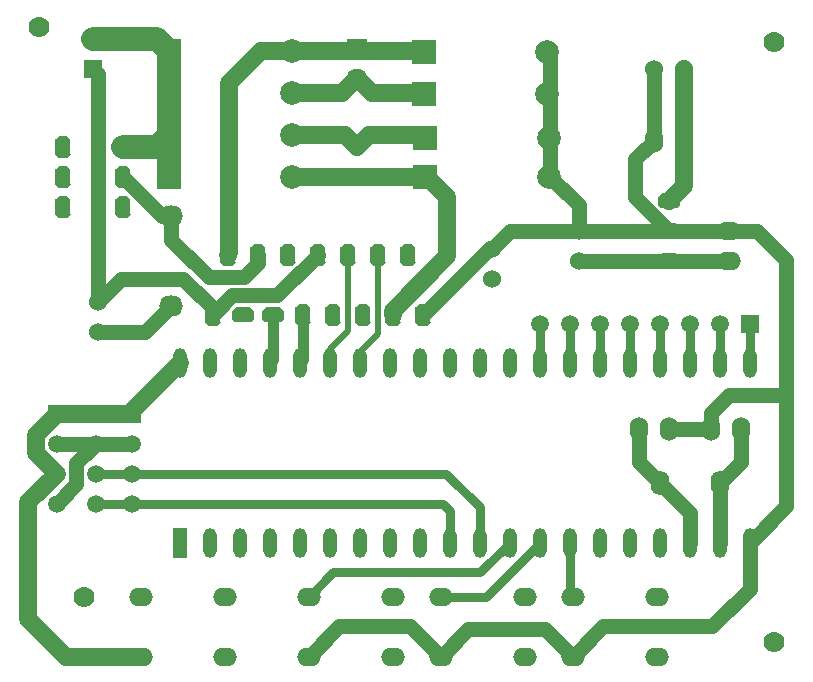
<source format=gbl>
%FSTAX23Y23*%
%MOIN*%
%SFA1B1*%

%IPPOS*%
%AMD17*
4,1,8,0.012500,0.037500,-0.012500,0.037500,-0.025000,0.025000,-0.025000,-0.025000,-0.012500,-0.037500,0.012500,-0.037500,0.025000,-0.025000,0.025000,0.025000,0.012500,0.037500,0.0*
%
%AMD18*
4,1,8,0.025000,0.025000,-0.025000,0.025000,-0.037500,0.012500,-0.037500,-0.012500,-0.025000,-0.025000,0.025000,-0.025000,0.037500,-0.012500,0.037500,0.012500,0.025000,0.025000,0.0*
%
%AMD20*
4,1,8,-0.037500,0.012500,-0.037500,-0.012500,-0.025000,-0.025000,0.025000,-0.025000,0.037500,-0.012500,0.037500,0.012500,0.025000,0.025000,-0.025000,0.025000,-0.037500,0.012500,0.0*
%
%ADD12C,0.030000*%
%ADD13C,0.050000*%
%ADD14C,0.060000*%
G04~CAMADD=17~4~0.0~0.0~500.0~750.0~0.0~125.0~0~0.0~0.0~0.0~0.0~0~0.0~0.0~0.0~0.0~0~0.0~0.0~0.0~0.0~500.0~750.0*
%ADD17D17*%
G04~CAMADD=18~4~0.0~0.0~750.0~500.0~0.0~125.0~0~0.0~0.0~0.0~0.0~0~0.0~0.0~0.0~0.0~0~0.0~0.0~0.0~0.0~750.0~500.0*
%ADD18D18*%
%ADD19O,0.080000X0.070000*%
G04~CAMADD=20~4~0.0~0.0~500.0~750.0~0.0~125.0~0~0.0~0.0~0.0~0.0~0~0.0~0.0~0.0~0.0~0~0.0~0.0~0.0~90.0~750.0~500.0*
%ADD20D20*%
%ADD21O,0.060000X0.080000*%
%ADD22O,0.080000X0.060000*%
%ADD23O,0.080000X0.060000*%
%ADD24C,0.060000*%
%ADD25R,0.059000X0.059000*%
%ADD26C,0.059000*%
%ADD27C,0.079000*%
%ADD28R,0.079000X0.079000*%
%ADD29O,0.045000X0.100000*%
%ADD30R,0.045000X0.100000*%
%ADD31O,0.062000X0.082000*%
%ADD32O,0.070000X0.060000*%
%ADD33R,0.070000X0.060000*%
%ADD34R,0.059000X0.059000*%
%ADD35C,0.070000*%
%ADD36C,0.035000*%
%ADD37C,0.020000*%
%ADD38C,0.080000*%
%LNxiaochequdongban-1*%
%LPD*%
G54D12*
X0307Y0368D02*
X0308Y0369D01*
X0317Y0368D02*
X0318Y0369D01*
X04665Y0368D02*
X0467Y03685D01*
Y0381*
X04565Y0368D02*
X0457Y03685D01*
Y0381*
X04465Y0368D02*
X0447Y03685D01*
Y0381*
X04365Y0368D02*
X0437Y03685D01*
Y0381*
X04265Y0368D02*
X0427Y03685D01*
Y0381*
X04165Y0368D02*
X0417Y03685D01*
Y0381*
X04065Y0368D02*
X0407Y03685D01*
Y0381*
X03965Y0368D02*
X0397Y03685D01*
Y0381*
X0367Y0308D02*
Y03187D01*
X03647Y0321D02*
X0367Y03187D01*
X0261Y0321D02*
X03647D01*
X0249D02*
X0261D01*
X0377Y0308D02*
Y03199D01*
X03659Y0331D02*
X0377Y03199D01*
X0261Y0331D02*
X03659D01*
X0249D02*
X0261D01*
X03772Y02982D02*
X0387Y0308D01*
X03282Y02982D02*
X03772D01*
X032Y029D02*
X03282Y02982D01*
X0379Y029D02*
X0397Y0308D01*
X0364Y029D02*
X0379D01*
X0407Y0291D02*
X0408Y029D01*
X0407Y0291D02*
Y0308D01*
G54D13*
X04792Y03574D02*
Y04022D01*
Y03202D02*
Y03574D01*
X046D02*
X04792D01*
X0454Y03514D02*
X046Y03574D01*
X0454Y0346D02*
Y03514D01*
X0457Y0328D02*
X0464Y0335D01*
Y0346*
X044D02*
X0454D01*
X043Y0335D02*
Y0346D01*
Y0335D02*
X0437Y0328D01*
X0288Y0384D02*
Y03862D01*
X04694Y0412D02*
X04792Y04022D01*
X046Y0412D02*
X04694D01*
X0467Y02927D02*
Y0308D01*
X04545Y02802D02*
X0467Y02927D01*
X04182Y02802D02*
X04545D01*
X0387Y0412D02*
X041D01*
X0381Y0406D02*
X0387Y0412D01*
X0408Y027D02*
X04182Y02802D01*
X03988Y02792D02*
X0408Y027D01*
X03732Y02792D02*
X03988D01*
X0364Y027D02*
X03732Y02792D01*
X03538Y02802D02*
X0364Y027D01*
X03302Y02802D02*
X03538D01*
X032Y027D02*
X03302Y02802D01*
X038Y0406D02*
X0381D01*
X0358Y0384D02*
X038Y0406D01*
X02711Y04169D02*
X02743D01*
X0258Y043D02*
X02711Y04169D01*
X0248Y0466D02*
X02497Y04643D01*
Y03882D02*
Y04643D01*
Y03782D02*
X02656D01*
X02743Y03869*
X0236Y0321D02*
X02425Y03275D01*
Y03345*
X0249Y0341*
X04006Y0458D02*
Y0472D01*
Y0444D02*
Y0458D01*
Y043D02*
Y0444D01*
Y043D02*
X041Y04206D01*
Y0412D02*
Y04206D01*
Y0412D02*
X044D01*
X04288Y04232D02*
X044Y0412D01*
X04288Y04232D02*
Y04358D01*
X0435Y0442*
Y0466*
X0467Y0308D02*
X04792Y03202D01*
X044Y0412D02*
X046D01*
X044Y0402D02*
X046D01*
X041D02*
X044D01*
X0457Y0308D02*
Y0328D01*
X0447Y0308D02*
Y0318D01*
X0437Y0328D02*
X0447Y0318D01*
X0249Y0341D02*
X0261D01*
X0236D02*
X0249D01*
X02743Y0409D02*
Y04169D01*
Y0409D02*
X02867Y03966D01*
X0303Y04011D02*
Y0404D01*
X02497Y03882D02*
X02575Y0396D01*
X02782*
X0288Y03862*
X02867Y03966D02*
X02985D01*
X0303Y04011*
X0288Y0384D02*
X02945Y03905D01*
X03095*
X0323Y0404*
G54D14*
X03594Y043D02*
X03662Y04232D01*
X0229Y0344D02*
X0236Y0351D01*
X0229Y0338D02*
Y0344D01*
Y0338D02*
X0236Y0331D01*
X0293Y0404D02*
X02935Y04045D01*
Y04612*
X0261Y0352D02*
X0277Y0368D01*
X0261Y0351D02*
Y0352D01*
X02392Y027D02*
X0264D01*
X02266Y02826D02*
X02392Y027D01*
X02266Y02826D02*
Y03216D01*
X0236Y0331*
X0249Y0351D02*
X0261D01*
X0236D02*
X0249D01*
X0336Y043D02*
X03594D01*
X03146D02*
X0336D01*
X034Y0444D02*
X03594D01*
X0336Y044D02*
X034Y0444D01*
X0332D02*
X0336Y044D01*
X03146Y0444D02*
X0332D01*
X0341Y0458D02*
X03594D01*
X0336Y0463D02*
X0341Y0458D01*
X0331D02*
X0336Y0463D01*
X03146Y0458D02*
X0331D01*
X03146Y0472D02*
X03594D01*
X03043D02*
X03146D01*
X02935Y04612D02*
X03043Y0472D01*
X044Y0422D02*
X0445Y0427D01*
Y0442*
Y0466*
X0348Y0384D02*
Y03853D01*
X03662Y04035*
Y04232*
G54D17*
X0288Y0384D03*
X0293Y0404D03*
X0303D03*
X0313D03*
X0318Y0384D03*
X0323Y0404D03*
X0328Y0384D03*
X0333Y0404D03*
X0338Y0384D03*
X0343Y0404D03*
X0348Y0384D03*
X0353Y0404D03*
X0358Y0384D03*
X0238Y044D03*
Y043D03*
Y042D03*
X0258D03*
Y043D03*
Y044D03*
G54D18*
X0298Y0384D03*
X0308D03*
G54D19*
X02743Y04169D03*
Y03869D03*
G54D20*
X044Y0422D03*
Y0412D03*
Y0402D03*
G54D21*
X0445Y0442D03*
X0435D03*
X0454Y0346D03*
X0464D03*
X044D03*
X043D03*
G54D22*
X0364Y029D03*
X0292D03*
X0264D03*
X0292Y027D03*
X0264D03*
X032D03*
X0348D03*
X032Y029D03*
X0348D03*
X0364Y027D03*
X0392D03*
Y029D03*
X0408Y027D03*
X0436D03*
X0408Y029D03*
X0436D03*
G54D23*
X046Y0402D03*
Y0412D03*
G54D24*
X041Y0402D03*
Y0412D03*
X02497Y03782D03*
Y03882D03*
X0381Y0396D03*
Y0406D03*
X0445Y0466D03*
X0435D03*
G54D25*
X0248Y0466D03*
X0236Y0351D03*
X0249D03*
X0261D03*
X0336Y043D03*
G54D26*
X0248Y0476D03*
X0236Y0321D03*
Y0331D03*
Y0341D03*
X0249Y0321D03*
Y0331D03*
Y0341D03*
X0261Y0321D03*
Y0331D03*
Y0341D03*
X0457Y0381D03*
X0447D03*
X0437D03*
X0427D03*
X0417D03*
X0407D03*
X0397D03*
X0336Y044D03*
G54D27*
X03146Y0444D03*
Y043D03*
Y0458D03*
Y0472D03*
X03996Y04715D03*
Y04575D03*
X04001Y043D03*
Y0443D03*
G54D28*
X02734Y0444D03*
Y043D03*
Y0458D03*
Y0472D03*
X03584Y04715D03*
Y04575D03*
X03589Y043D03*
Y0443D03*
G54D29*
X0467Y0368D03*
X0457D03*
X0447D03*
X0437D03*
X0427D03*
X0417D03*
X0407D03*
X0397D03*
X0387D03*
X0377D03*
X0367D03*
X0357D03*
X0347D03*
X0337D03*
X0327D03*
X0317D03*
X0307D03*
X0297D03*
X0287D03*
X0277D03*
X0467Y0308D03*
X0457D03*
X0447D03*
X0437D03*
X0427D03*
X0417D03*
X0407D03*
X0397D03*
X0387D03*
X0377D03*
X0367D03*
X0357D03*
X0347D03*
X0337D03*
X0327D03*
X0317D03*
X0307D03*
X0297D03*
X0287D03*
G54D30*
X0277Y0308D03*
G54D31*
X0457Y0328D03*
X0437D03*
G54D32*
X0336Y0463D03*
G54D33*
X0336Y0473D03*
G54D34*
X0467Y0381D03*
G54D35*
X0475Y0475D03*
X023Y048D03*
X0245Y029D03*
X0475Y0275D03*
G54D36*
X0308Y0369D02*
Y0384D01*
X0318Y0369D02*
Y0384D01*
G54D37*
X0333Y03785D02*
Y0404D01*
X0327Y03725D02*
X0333Y03785D01*
X0327Y0368D02*
Y03725D01*
X0343Y03777D02*
Y0404D01*
X0337Y03717D02*
X0343Y03777D01*
X0337Y0368D02*
Y03717D01*
G54D38*
X02694Y044D02*
X02734Y0444D01*
X0258Y044D02*
X02694D01*
X02734Y0458D02*
Y0472D01*
Y0444D02*
Y0458D01*
Y043D02*
Y0444D01*
X02694Y0476D02*
X02734Y0472D01*
X0248Y0476D02*
X02694D01*
M02*
</source>
